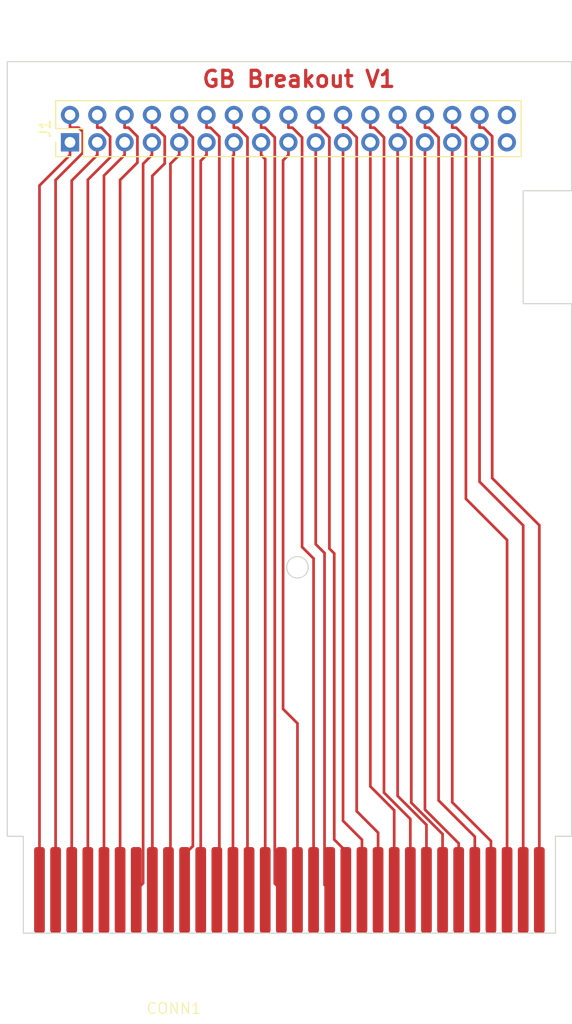
<source format=kicad_pcb>
(kicad_pcb (version 20221018) (generator pcbnew)
  (layers (0 "F.Cu" signal) (31 "B.Cu" signal) (34 "B.Paste" user) (35 "F.Paste" user) (36 "B.SilkS" user "B.Silkscreen") (37 "F.SilkS" user "F.Silkscreen") (38 "B.Mask" user) (39 "F.Mask" user) (44 "Edge.Cuts" user))
  (net 0 "")
  (net 1 "Net-(CONN1-+5)")
  (net 2 "Net-(CONN1-CLK)")
  (net 3 "Net-(CONN1-!WR)")
  (net 4 "Net-(CONN1-!RD)")
  (net 5 "Net-(CONN1-!CS_RAM)")
  (net 6 "Net-(CONN1-A0)")
  (net 7 "Net-(CONN1-A1)")
  (net 8 "Net-(CONN1-A2)")
  (net 9 "Net-(CONN1-A3)")
  (net 10 "Net-(CONN1-A4)")
  (net 11 "Net-(CONN1-A5)")
  (net 12 "Net-(CONN1-A6)")
  (net 13 "Net-(CONN1-A7)")
  (net 14 "Net-(CONN1-A8)")
  (net 15 "Net-(CONN1-A9)")
  (net 16 "Net-(CONN1-A10)")
  (net 17 "Net-(CONN1-A11)")
  (net 18 "Net-(CONN1-A12)")
  (net 19 "Net-(CONN1-A13)")
  (net 20 "Net-(CONN1-A14)")
  (net 21 "Net-(CONN1-A15)")
  (net 22 "Net-(CONN1-D0)")
  (net 23 "Net-(CONN1-D1)")
  (net 24 "Net-(CONN1-D2)")
  (net 25 "Net-(CONN1-D3)")
  (net 26 "Net-(CONN1-D4)")
  (net 27 "Net-(CONN1-D5)")
  (net 28 "Net-(CONN1-D6)")
  (net 29 "Net-(CONN1-D7)")
  (net 30 "Net-(CONN1-!Reset)")
  (net 31 "Net-(CONN1-Audio_In)")
  (net 32 "GND")
  (footprint "Connector_PinHeader_2.54mm:PinHeader_2x17_P2.54mm_Vertical" (layer "F.Cu") (at 78.84 60.5 90)
    (fp_text reference "J1" (at 1.27 -2.33 90) (layer "F.SilkS"))
    (fp_text value "Conn_02x17_Counter_Clockwise")
    (fp_line (start -1.33 -1.33) (end 0 -1.33) (stroke (width 0.12)) (layer "F.SilkS"))
    (fp_line (start -1.33 0) (end -1.33 -1.33) (stroke (width 0.12)) (layer "F.SilkS"))
    (fp_line (start -1.33 1.27) (end -1.33 41.97) (stroke (width 0.12)) (layer "F.SilkS"))
    (fp_line (start -1.33 1.27) (end 1.27 1.27) (stroke (width 0.12)) (layer "F.SilkS"))
    (fp_line (start -1.33 41.97) (end 3.87 41.97) (stroke (width 0.12)) (layer "F.SilkS"))
    (fp_line (start 1.27 -1.33) (end 3.87 -1.33) (stroke (width 0.12)) (layer "F.SilkS"))
    (fp_line (start 1.27 1.27) (end 1.27 -1.33) (stroke (width 0.12)) (layer "F.SilkS"))
    (fp_line (start 3.87 -1.33) (end 3.87 41.97) (stroke (width 0.12)) (layer "F.SilkS"))
    (pad "1" thru_hole rect (at 0 0 90) (size 1.7 1.7) (drill 1) (layers "*.Cu" "*.Mask") (net 1 "Net-(CONN1-+5)"))
    (pad "2" thru_hole oval (at 2.54 0 90) (size 1.7 1.7) (drill 1) (layers "*.Cu" "*.Mask") (net 2 "Net-(CONN1-CLK)"))
    (pad "3" thru_hole oval (at 0 2.54 90) (size 1.7 1.7) (drill 1) (layers "*.Cu" "*.Mask") (net 3 "Net-(CONN1-!WR)"))
    (pad "4" thru_hole oval (at 2.54 2.54 90) (size 1.7 1.7) (drill 1) (layers "*.Cu" "*.Mask") (net 4 "Net-(CONN1-!RD)"))
    (pad "5" thru_hole oval (at 0 5.08 90) (size 1.7 1.7) (drill 1) (layers "*.Cu" "*.Mask") (net 5 "Net-(CONN1-!CS_RAM)"))
    (pad "6" thru_hole oval (at 2.54 5.08 90) (size 1.7 1.7) (drill 1) (layers "*.Cu" "*.Mask") (net 6 "Net-(CONN1-A0)"))
    (pad "7" thru_hole oval (at 0 7.62 90) (size 1.7 1.7) (drill 1) (layers "*.Cu" "*.Mask") (net 7 "Net-(CONN1-A1)"))
    (pad "8" thru_hole oval (at 2.54 7.62 90) (size 1.7 1.7) (drill 1) (layers "*.Cu" "*.Mask") (net 8 "Net-(CONN1-A2)"))
    (pad "9" thru_hole oval (at 0 10.16 90) (size 1.7 1.7) (drill 1) (layers "*.Cu" "*.Mask") (net 9 "Net-(CONN1-A3)"))
    (pad "10" thru_hole oval (at 2.54 10.16 90) (size 1.7 1.7) (drill 1) (layers "*.Cu" "*.Mask") (net 10 "Net-(CONN1-A4)"))
    (pad "11" thru_hole oval (at 0 12.7 90) (size 1.7 1.7) (drill 1) (layers "*.Cu" "*.Mask") (net 11 "Net-(CONN1-A5)"))
    (pad "12" thru_hole oval (at 2.54 12.7 90) (size 1.7 1.7) (drill 1) (layers "*.Cu" "*.Mask") (net 12 "Net-(CONN1-A6)"))
    (pad "13" thru_hole oval (at 0 15.24 90) (size 1.7 1.7) (drill 1) (layers "*.Cu" "*.Mask") (net 13 "Net-(CONN1-A7)"))
    (pad "14" thru_hole oval (at 2.54 15.24 90) (size 1.7 1.7) (drill 1) (layers "*.Cu" "*.Mask") (net 14 "Net-(CONN1-A8)"))
    (pad "15" thru_hole oval (at 0 17.78 90) (size 1.7 1.7) (drill 1) (layers "*.Cu" "*.Mask") (net 15 "Net-(CONN1-A9)"))
    (pad "16" thru_hole oval (at 2.54 17.78 90) (size 1.7 1.7) (drill 1) (layers "*.Cu" "*.Mask") (net 16 "Net-(CONN1-A10)"))
    (pad "17" thru_hole oval (at 0 20.32 90) (size 1.7 1.7) (drill 1) (layers "*.Cu" "*.Mask") (net 17 "Net-(CONN1-A11)"))
    (pad "18" thru_hole oval (at 2.54 20.32 90) (size 1.7 1.7) (drill 1) (layers "*.Cu" "*.Mask") (net 18 "Net-(CONN1-A12)"))
    (pad "19" thru_hole oval (at 0 22.86 90) (size 1.7 1.7) (drill 1) (layers "*.Cu" "*.Mask") (net 19 "Net-(CONN1-A13)"))
    (pad "20" thru_hole oval (at 2.54 22.86 90) (size 1.7 1.7) (drill 1) (layers "*.Cu" "*.Mask") (net 20 "Net-(CONN1-A14)"))
    (pad "21" thru_hole oval (at 0 25.4 90) (size 1.7 1.7) (drill 1) (layers "*.Cu" "*.Mask") (net 21 "Net-(CONN1-A15)"))
    (pad "22" thru_hole oval (at 2.54 25.4 90) (size 1.7 1.7) (drill 1) (layers "*.Cu" "*.Mask") (net 22 "Net-(CONN1-D0)"))
    (pad "23" thru_hole oval (at 0 27.94 90) (size 1.7 1.7) (drill 1) (layers "*.Cu" "*.Mask") (net 23 "Net-(CONN1-D1)"))
    (pad "24" thru_hole oval (at 2.54 27.94 90) (size 1.7 1.7) (drill 1) (layers "*.Cu" "*.Mask") (net 24 "Net-(CONN1-D2)"))
    (pad "25" thru_hole oval (at 0 30.48 90) (size 1.7 1.7) (drill 1) (layers "*.Cu" "*.Mask") (net 25 "Net-(CONN1-D3)"))
    (pad "26" thru_hole oval (at 2.54 30.48 90) (size 1.7 1.7) (drill 1) (layers "*.Cu" "*.Mask") (net 26 "Net-(CONN1-D4)"))
    (pad "27" thru_hole oval (at 0 33.02 90) (size 1.7 1.7) (drill 1) (layers "*.Cu" "*.Mask") (net 27 "Net-(CONN1-D5)"))
    (pad "28" thru_hole oval (at 2.54 33.02 90) (size 1.7 1.7) (drill 1) (layers "*.Cu" "*.Mask") (net 28 "Net-(CONN1-D6)"))
    (pad "29" thru_hole oval (at 0 35.56 90) (size 1.7 1.7) (drill 1) (layers "*.Cu" "*.Mask") (net 29 "Net-(CONN1-D7)"))
    (pad "30" thru_hole oval (at 2.54 35.56 90) (size 1.7 1.7) (drill 1) (layers "*.Cu" "*.Mask") (net 30 "Net-(CONN1-!Reset)"))
    (pad "31" thru_hole oval (at 0 38.1 90) (size 1.7 1.7) (drill 1) (layers "*.Cu" "*.Mask") (net 31 "Net-(CONN1-Audio_In)"))
    (pad "32" thru_hole oval (at 2.54 38.1 90) (size 1.7 1.7) (drill 1) (layers "*.Cu" "*.Mask") (net 32 "GND"))
    (pad "33" thru_hole oval (at 0 40.64 90) (size 1.7 1.7) (drill 1) (layers "*.Cu" "*.Mask"))
    (pad "34" thru_hole oval (at 2.54 40.64 90) (size 1.7 1.7) (drill 1) (layers "*.Cu" "*.Mask"))
  )
  (footprint "Card Edge Connectors:DMG_Cart" (layer "F.Cu") (at 75 134)
    (fp_text reference "CONN1" (at 13.5 7 unlocked) (layer "F.SilkS") (effects (font (thickness 0.1))))
    (fp_text value "~")
    (pad "1" smd roundrect (at 1 -4) (size 1 8) (layers "F.Cu" "F.Paste" "F.Mask") (net 1 "Net-(CONN1-+5)"))
    (pad "2" smd roundrect (at 2.5 -4) (size 1 8) (layers "F.Cu" "F.Paste" "F.Mask") (net 2 "Net-(CONN1-CLK)"))
    (pad "3" smd roundrect (at 4 -4) (size 1 8) (layers "F.Cu" "F.Paste" "F.Mask") (net 3 "Net-(CONN1-!WR)"))
    (pad "4" smd roundrect (at 5.5 -4) (size 1 8) (layers "F.Cu" "F.Paste" "F.Mask") (net 4 "Net-(CONN1-!RD)"))
    (pad "5" smd roundrect (at 7 -4) (size 1 8) (layers "F.Cu" "F.Paste" "F.Mask") (net 5 "Net-(CONN1-!CS_RAM)"))
    (pad "6" smd roundrect (at 8.5 -4) (size 1 8) (layers "F.Cu" "F.Paste" "F.Mask") (net 6 "Net-(CONN1-A0)"))
    (pad "7" smd roundrect (at 10 -4) (size 1 8) (layers "F.Cu" "F.Paste" "F.Mask") (net 7 "Net-(CONN1-A1)"))
    (pad "8" smd roundrect (at 11.5 -4) (size 1 8) (layers "F.Cu" "F.Paste" "F.Mask") (net 8 "Net-(CONN1-A2)"))
    (pad "9" smd roundrect (at 13 -4) (size 1 8) (layers "F.Cu" "F.Paste" "F.Mask") (net 9 "Net-(CONN1-A3)"))
    (pad "10" smd roundrect (at 14.5 -4) (size 1 8) (layers "F.Cu" "F.Paste" "F.Mask") (net 10 "Net-(CONN1-A4)"))
    (pad "11" smd roundrect (at 16 -4) (size 1 8) (layers "F.Cu" "F.Paste" "F.Mask") (net 11 "Net-(CONN1-A5)"))
    (pad "12" smd roundrect (at 17.5 -4) (size 1 8) (layers "F.Cu" "F.Paste" "F.Mask") (net 12 "Net-(CONN1-A6)"))
    (pad "13" smd roundrect (at 19 -4) (size 1 8) (layers "F.Cu" "F.Paste" "F.Mask") (net 13 "Net-(CONN1-A7)"))
    (pad "14" smd roundrect (at 20.5 -4) (size 1 8) (layers "F.Cu" "F.Paste" "F.Mask") (net 14 "Net-(CONN1-A8)"))
    (pad "15" smd roundrect (at 22 -4) (size 1 8) (layers "F.Cu" "F.Paste" "F.Mask") (net 15 "Net-(CONN1-A9)"))
    (pad "16" smd roundrect (at 23.5 -4) (size 1 8) (layers "F.Cu" "F.Paste" "F.Mask") (net 16 "Net-(CONN1-A10)"))
    (pad "17" smd roundrect (at 25 -4) (size 1 8) (layers "F.Cu" "F.Paste" "F.Mask") (net 17 "Net-(CONN1-A11)"))
    (pad "18" smd roundrect (at 26.5 -4) (size 1 8) (layers "F.Cu" "F.Paste" "F.Mask") (net 18 "Net-(CONN1-A12)"))
    (pad "19" smd roundrect (at 28 -4) (size 1 8) (layers "F.Cu" "F.Paste" "F.Mask") (net 19 "Net-(CONN1-A13)"))
    (pad "20" smd roundrect (at 29.5 -4) (size 1 8) (layers "F.Cu" "F.Paste" "F.Mask") (net 20 "Net-(CONN1-A14)"))
    (pad "21" smd roundrect (at 31 -4) (size 1 8) (layers "F.Cu" "F.Paste" "F.Mask") (net 21 "Net-(CONN1-A15)"))
    (pad "22" smd roundrect (at 32.5 -4) (size 1 8) (layers "F.Cu" "F.Paste" "F.Mask") (net 22 "Net-(CONN1-D0)"))
    (pad "23" smd roundrect (at 34 -4) (size 1 8) (layers "F.Cu" "F.Paste" "F.Mask") (net 23 "Net-(CONN1-D1)"))
    (pad "24" smd roundrect (at 35.5 -4) (size 1 8) (layers "F.Cu" "F.Paste" "F.Mask") (net 24 "Net-(CONN1-D2)"))
    (pad "25" smd roundrect (at 37 -4) (size 1 8) (layers "F.Cu" "F.Paste" "F.Mask") (net 25 "Net-(CONN1-D3)"))
    (pad "26" smd roundrect (at 38.5 -4) (size 1 8) (layers "F.Cu" "F.Paste" "F.Mask") (net 26 "Net-(CONN1-D4)"))
    (pad "27" smd roundrect (at 40 -4) (size 1 8) (layers "F.Cu" "F.Paste" "F.Mask") (net 27 "Net-(CONN1-D5)"))
    (pad "28" smd roundrect (at 41.5 -4) (size 1 8) (layers "F.Cu" "F.Paste" "F.Mask") (net 28 "Net-(CONN1-D6)"))
    (pad "29" smd roundrect (at 43 -4) (size 1 8) (layers "F.Cu" "F.Paste" "F.Mask") (net 29 "Net-(CONN1-D7)"))
    (pad "30" smd roundrect (at 44.5 -4) (size 1 8) (layers "F.Cu" "F.Paste" "F.Mask") (net 30 "Net-(CONN1-!Reset)"))
    (pad "31" smd roundrect (at 46 -4) (size 1 8) (layers "F.Cu" "F.Paste" "F.Mask") (net 31 "Net-(CONN1-Audio_In)"))
    (pad "32" smd roundrect (at 47.5 -4) (size 1 8) (layers "F.Cu" "F.Paste" "F.Mask") (net 32 "GND"))
  )
  (gr_line (start 125.5 65) (end 125.5 53) (stroke (width 0.1)) (layer "Edge.Cuts"))
  (gr_line (start 121 65) (end 125.5 65) (stroke (width 0.1)) (layer "Edge.Cuts"))
  (gr_line (start 125 125) (end 125.5 125) (stroke (width 0.1)) (layer "Edge.Cuts"))
  (gr_line (start 73 53) (end 124.5 53) (stroke (width 0.1)) (layer "Edge.Cuts"))
  (gr_line (start 123.5 134) (end 75 134) (stroke (width 0.1)) (layer "Edge.Cuts"))
  (gr_line (start 73 73) (end 73 53) (stroke (width 0.1)) (layer "Edge.Cuts"))
  (gr_line (start 124 134) (end 124 125) (stroke (width 0.1)) (layer "Edge.Cuts"))
  (gr_line (start 74.5 134) (end 74.5 125) (stroke (width 0.1)) (layer "Edge.Cuts"))
  (gr_line (start 75 134) (end 74.5 134) (stroke (width 0.1)) (layer "Edge.Cuts"))
  (gr_circle (center 100 100) (end 101 100) (stroke (width 0.1)) (fill none) (layer "Edge.Cuts"))
  (gr_line (start 73.5 125) (end 73 125) (stroke (width 0.1)) (layer "Edge.Cuts"))
  (gr_line (start 125.5 53) (end 124.5 53) (stroke (width 0.1)) (layer "Edge.Cuts"))
  (gr_line (start 125.5 75.5) (end 121 75.5) (stroke (width 0.1)) (layer "Edge.Cuts"))
  (gr_line (start 123.5 134) (end 124 134) (stroke (width 0.1)) (layer "Edge.Cuts"))
  (gr_line (start 73 125) (end 73 73) (stroke (width 0.1)) (layer "Edge.Cuts"))
  (gr_line (start 125.5 125) (end 125.5 75.5) (stroke (width 0.1)) (layer "Edge.Cuts"))
  (gr_line (start 124 125) (end 125 125) (stroke (width 0.1)) (layer "Edge.Cuts"))
  (gr_line (start 74.5 125) (end 73.5 125) (stroke (width 0.1)) (layer "Edge.Cuts"))
  (gr_line (start 121 75.5) (end 121 65) (stroke (width 0.1)) (layer "Edge.Cuts"))
  (gr_text "GB Breakout V1" (at 91 55.5) (layer "F.Cu") (effects (font (size 1.5 1.5) (thickness 0.3) bold) (justify left bottom)))
  (segment (start 76 130) (end 76 64.5169) (width 0.25) (layer "F.Cu") (net 1))
  (segment (start 76 64.5169) (end 78.84 61.6769) (width 0.25) (layer "F.Cu") (net 1))
  (segment (start 78.84 60.5) (end 78.84 61.6769) (width 0.25) (layer "F.Cu") (net 1))
  (segment (start 79.6491 59.1369) (end 80.0306 59.5184) (width 0.25) (layer "F.Cu") (net 2))
  (segment (start 78.84 59.1369) (end 79.6491 59.1369) (width 0.25) (layer "F.Cu") (net 2))
  (segment (start 78.84 57.96) (end 78.84 59.1369) (width 0.25) (layer "F.Cu") (net 2))
  (segment (start 80.0306 61.4742) (end 77.5 64.0048) (width 0.25) (layer "F.Cu") (net 2))
  (segment (start 77.5 64.0048) (end 77.5 130) (width 0.25) (layer "F.Cu") (net 2))
  (segment (start 80.0306 59.5184) (end 80.0306 61.4742) (width 0.25) (layer "F.Cu") (net 2))
  (segment (start 81.38 60.5) (end 81.38 61.6769) (width 0.25) (layer "F.Cu") (net 3))
  (segment (start 79 130) (end 79 64.0569) (width 0.25) (layer "F.Cu") (net 3))
  (segment (start 79 64.0569) (end 81.38 61.6769) (width 0.25) (layer "F.Cu") (net 3))
  (segment (start 80.5 63.9764) (end 82.5706 61.9058) (width 0.25) (layer "F.Cu") (net 4))
  (segment (start 81.38 57.96) (end 81.38 59.1369) (width 0.25) (layer "F.Cu") (net 4))
  (segment (start 81.7458 59.1369) (end 81.38 59.1369) (width 0.25) (layer "F.Cu") (net 4))
  (segment (start 80.5 130) (end 80.5 63.9764) (width 0.25) (layer "F.Cu") (net 4))
  (segment (start 82.5706 61.9058) (end 82.5706 59.9617) (width 0.25) (layer "F.Cu") (net 4))
  (segment (start 82.5706 59.9617) (end 81.7458 59.1369) (width 0.25) (layer "F.Cu") (net 4))
  (segment (start 83.92 60.5) (end 83.92 61.6769) (width 0.25) (layer "F.Cu") (net 5))
  (segment (start 82 130) (end 82 63.5969) (width 0.25) (layer "F.Cu") (net 5))
  (segment (start 82 63.5969) (end 83.92 61.6769) (width 0.25) (layer "F.Cu") (net 5))
  (segment (start 83.5 130) (end 83.5 64) (width 0.25) (layer "F.Cu") (net 6))
  (segment (start 84.2858 59.1369) (end 83.92 59.1369) (width 0.25) (layer "F.Cu") (net 6))
  (segment (start 83.5 64) (end 85.1106 62.3894) (width 0.25) (layer "F.Cu") (net 6))
  (segment (start 85.1106 62.3894) (end 85.1106 59.9617) (width 0.25) (layer "F.Cu") (net 6))
  (segment (start 83.92 57.96) (end 83.92 59.1369) (width 0.25) (layer "F.Cu") (net 6))
  (segment (start 85.1106 59.9617) (end 84.2858 59.1369) (width 0.25) (layer "F.Cu") (net 6))
  (segment (start 85.6419 129.3581) (end 85.6419 62.495) (width 0.25) (layer "F.Cu") (net 7))
  (segment (start 85 130) (end 85.6419 129.3581) (width 0.25) (layer "F.Cu") (net 7))
  (segment (start 86.46 60.5) (end 86.46 61.6769) (width 0.25) (layer "F.Cu") (net 7))
  (segment (start 85.6419 62.495) (end 86.46 61.6769) (width 0.25) (layer "F.Cu") (net 7))
  (segment (start 86.5 130) (end 86.5 63.6178) (width 0.25) (layer "F.Cu") (net 8))
  (segment (start 86.8258 59.1369) (end 86.46 59.1369) (width 0.25) (layer "F.Cu") (net 8))
  (segment (start 86.46 57.96) (end 86.46 59.1369) (width 0.25) (layer "F.Cu") (net 8))
  (segment (start 86.5 63.6178) (end 87.6531 62.4647) (width 0.25) (layer "F.Cu") (net 8))
  (segment (start 87.6531 59.9642) (end 86.8258 59.1369) (width 0.25) (layer "F.Cu") (net 8))
  (segment (start 87.6531 62.4647) (end 87.6531 59.9642) (width 0.25) (layer "F.Cu") (net 8))
  (segment (start 88 130) (end 88.1819 129.8181) (width 0.25) (layer "F.Cu") (net 9))
  (segment (start 89 60.5) (end 89 61.6769) (width 0.25) (layer "F.Cu") (net 9))
  (segment (start 88.1819 129.8181) (end 88.1819 62.495) (width 0.25) (layer "F.Cu") (net 9))
  (segment (start 88.1819 62.495) (end 89 61.6769) (width 0.25) (layer "F.Cu") (net 9))
  (segment (start 90.27 125.9128) (end 90.27 60.0411) (width 0.25) (layer "F.Cu") (net 10))
  (segment (start 89.5 130) (end 89.5 126.6828) (width 0.25) (layer "F.Cu") (net 10))
  (segment (start 90.27 60.0411) (end 89.3658 59.1369) (width 0.25) (layer "F.Cu") (net 10))
  (segment (start 89.5 126.6828) (end 90.27 125.9128) (width 0.25) (layer "F.Cu") (net 10))
  (segment (start 89 57.96) (end 89 59.1369) (width 0.25) (layer "F.Cu") (net 10))
  (segment (start 89.3658 59.1369) (end 89 59.1369) (width 0.25) (layer "F.Cu") (net 10))
  (segment (start 91.54 60.5) (end 91.54 61.6769) (width 0.25) (layer "F.Cu") (net 11))
  (segment (start 91 62.2169) (end 91.54 61.6769) (width 0.25) (layer "F.Cu") (net 11))
  (segment (start 91 130) (end 91 62.2169) (width 0.25) (layer "F.Cu") (net 11))
  (segment (start 92.5 130) (end 92.7325 129.7675) (width 0.25) (layer "F.Cu") (net 12))
  (segment (start 91.9058 59.1369) (end 91.54 59.1369) (width 0.25) (layer "F.Cu") (net 12))
  (segment (start 91.54 57.96) (end 91.54 59.1369) (width 0.25) (layer "F.Cu") (net 12))
  (segment (start 92.7325 129.7675) (end 92.7325 59.9636) (width 0.25) (layer "F.Cu") (net 12))
  (segment (start 92.7325 59.9636) (end 91.9058 59.1369) (width 0.25) (layer "F.Cu") (net 12))
  (segment (start 94 61.7569) (end 94.08 61.6769) (width 0.25) (layer "F.Cu") (net 13))
  (segment (start 94.08 60.5) (end 94.08 61.6769) (width 0.25) (layer "F.Cu") (net 13))
  (segment (start 94 130) (end 94 61.7569) (width 0.25) (layer "F.Cu") (net 13))
  (segment (start 95.35 129.85) (end 95.35 60.0411) (width 0.25) (layer "F.Cu") (net 14))
  (segment (start 95.35 60.0411) (end 94.4458 59.1369) (width 0.25) (layer "F.Cu") (net 14))
  (segment (start 95.5 130) (end 95.35 129.85) (width 0.25) (layer "F.Cu") (net 14))
  (segment (start 94.08 57.96) (end 94.08 59.1369) (width 0.25) (layer "F.Cu") (net 14))
  (segment (start 94.4458 59.1369) (end 94.08 59.1369) (width 0.25) (layer "F.Cu") (net 14))
  (segment (start 97 130) (end 97 62.0569) (width 0.25) (layer "F.Cu") (net 15))
  (segment (start 96.62 60.5) (end 96.62 61.6769) (width 0.25) (layer "F.Cu") (net 15))
  (segment (start 97 62.0569) (end 96.62 61.6769) (width 0.25) (layer "F.Cu") (net 15))
  (segment (start 96.62 57.96) (end 96.62 59.1369) (width 0.25) (layer "F.Cu") (net 16))
  (segment (start 98.5 130) (end 97.89 129.39) (width 0.25) (layer "F.Cu") (net 16))
  (segment (start 97.89 60.0411) (end 96.9858 59.1369) (width 0.25) (layer "F.Cu") (net 16))
  (segment (start 97.89 129.39) (end 97.89 60.0411) (width 0.25) (layer "F.Cu") (net 16))
  (segment (start 96.9858 59.1369) (end 96.62 59.1369) (width 0.25) (layer "F.Cu") (net 16))
  (segment (start 98.6619 62.175) (end 99.16 61.6769) (width 0.25) (layer "F.Cu") (net 17))
  (segment (start 99.16 60.5) (end 99.16 61.6769) (width 0.25) (layer "F.Cu") (net 17))
  (segment (start 100 130) (end 100 114.506) (width 0.25) (layer "F.Cu") (net 17))
  (segment (start 100 114.506) (end 98.6619 113.1679) (width 0.25) (layer "F.Cu") (net 17))
  (segment (start 98.6619 113.1679) (end 98.6619 62.175) (width 0.25) (layer "F.Cu") (net 17))
  (segment (start 100.43 60.0411) (end 99.5258 59.1369) (width 0.25) (layer "F.Cu") (net 18))
  (segment (start 99.16 57.96) (end 99.16 59.1369) (width 0.25) (layer "F.Cu") (net 18))
  (segment (start 101.5 99.1835) (end 100.43 98.1135) (width 0.25) (layer "F.Cu") (net 18))
  (segment (start 99.5258 59.1369) (end 99.16 59.1369) (width 0.25) (layer "F.Cu") (net 18))
  (segment (start 100.43 98.1135) (end 100.43 60.0411) (width 0.25) (layer "F.Cu") (net 18))
  (segment (start 101.5 130) (end 101.5 99.1835) (width 0.25) (layer "F.Cu") (net 18))
  (segment (start 101.7 97.8537) (end 101.7 60.5) (width 0.25) (layer "F.Cu") (net 19))
  (segment (start 103 130) (end 102.5196 129.5196) (width 0.25) (layer "F.Cu") (net 19))
  (segment (start 102.5196 98.6733) (end 101.7 97.8537) (width 0.25) (layer "F.Cu") (net 19))
  (segment (start 102.5196 129.5196) (end 102.5196 98.6733) (width 0.25) (layer "F.Cu") (net 19))
  (segment (start 103.4219 125.3059) (end 103.4219 98.7112) (width 0.25) (layer "F.Cu") (net 20))
  (segment (start 102.0658 59.1369) (end 101.7 59.1369) (width 0.25) (layer "F.Cu") (net 20))
  (segment (start 104.5 130) (end 104.5 126.384) (width 0.25) (layer "F.Cu") (net 20))
  (segment (start 102.97 60.0411) (end 102.0658 59.1369) (width 0.25) (layer "F.Cu") (net 20))
  (segment (start 104.5 126.384) (end 103.4219 125.3059) (width 0.25) (layer "F.Cu") (net 20))
  (segment (start 103.4219 98.7112) (end 102.97 98.2593) (width 0.25) (layer "F.Cu") (net 20))
  (segment (start 101.7 57.96) (end 101.7 59.1369) (width 0.25) (layer "F.Cu") (net 20))
  (segment (start 102.97 98.2593) (end 102.97 60.0411) (width 0.25) (layer "F.Cu") (net 20))
  (segment (start 104.24 123.5607) (end 104.24 60.5) (width 0.25) (layer "F.Cu") (net 21))
  (segment (start 106 125.3207) (end 104.24 123.5607) (width 0.25) (layer "F.Cu") (net 21))
  (segment (start 106 130) (end 106 125.3207) (width 0.25) (layer "F.Cu") (net 21))
  (segment (start 107.5 130) (end 107.5 124.6611) (width 0.25) (layer "F.Cu") (net 22))
  (segment (start 104.24 57.96) (end 104.24 59.1369) (width 0.25) (layer "F.Cu") (net 22))
  (segment (start 104.6058 59.1369) (end 104.24 59.1369) (width 0.25) (layer "F.Cu") (net 22))
  (segment (start 107.5 124.6611) (end 105.51 122.6711) (width 0.25) (layer "F.Cu") (net 22))
  (segment (start 105.51 122.6711) (end 105.51 60.0411) (width 0.25) (layer "F.Cu") (net 22))
  (segment (start 105.51 60.0411) (end 104.6058 59.1369) (width 0.25) (layer "F.Cu") (net 22))
  (segment (start 109 122.5852) (end 106.78 120.3652) (width 0.25) (layer "F.Cu") (net 23))
  (segment (start 109 130) (end 109 122.5852) (width 0.25) (layer "F.Cu") (net 23))
  (segment (start 106.78 120.3652) (end 106.78 60.5) (width 0.25) (layer "F.Cu") (net 23))
  (segment (start 110.5 130) (end 110.5 123.3911) (width 0.25) (layer "F.Cu") (net 24))
  (segment (start 110.5 123.3911) (end 108.05 120.9411) (width 0.25) (layer "F.Cu") (net 24))
  (segment (start 106.78 57.96) (end 106.78 59.1369) (width 0.25) (layer "F.Cu") (net 24))
  (segment (start 108.05 60.0411) (end 107.1458 59.1369) (width 0.25) (layer "F.Cu") (net 24))
  (segment (start 108.05 120.9411) (end 108.05 60.0411) (width 0.25) (layer "F.Cu") (net 24))
  (segment (start 107.1458 59.1369) (end 106.78 59.1369) (width 0.25) (layer "F.Cu") (net 24))
  (segment (start 109.32 121.2538) (end 109.32 61.6769) (width 0.25) (layer "F.Cu") (net 25))
  (segment (start 112 130) (end 112 123.9338) (width 0.25) (layer "F.Cu") (net 25))
  (segment (start 109.32 60.5) (end 109.32 61.6769) (width 0.25) (layer "F.Cu") (net 25))
  (segment (start 112 123.9338) (end 109.32 121.2538) (width 0.25) (layer "F.Cu") (net 25))
  (segment (start 110.59 60.0411) (end 109.6858 59.1369) (width 0.25) (layer "F.Cu") (net 26))
  (segment (start 113.5 124.7946) (end 110.59 121.8846) (width 0.25) (layer "F.Cu") (net 26))
  (segment (start 109.6858 59.1369) (end 109.32 59.1369) (width 0.25) (layer "F.Cu") (net 26))
  (segment (start 113.5 130) (end 113.5 124.7946) (width 0.25) (layer "F.Cu") (net 26))
  (segment (start 110.59 121.8846) (end 110.59 60.0411) (width 0.25) (layer "F.Cu") (net 26))
  (segment (start 109.32 57.96) (end 109.32 59.1369) (width 0.25) (layer "F.Cu") (net 26))
  (segment (start 115 130) (end 115 125.6555) (width 0.25) (layer "F.Cu") (net 27))
  (segment (start 115 125.6555) (end 111.86 122.5155) (width 0.25) (layer "F.Cu") (net 27))
  (segment (start 111.86 122.5155) (end 111.86 60.5) (width 0.25) (layer "F.Cu") (net 27))
  (segment (start 111.86 57.96) (end 111.86 59.1369) (width 0.25) (layer "F.Cu") (net 28))
  (segment (start 116.5 125.0346) (end 113.13 121.6646) (width 0.25) (layer "F.Cu") (net 28))
  (segment (start 116.5 130) (end 116.5 125.0346) (width 0.25) (layer "F.Cu") (net 28))
  (segment (start 113.13 60.0411) (end 112.2258 59.1369) (width 0.25) (layer "F.Cu") (net 28))
  (segment (start 113.13 121.6646) (end 113.13 60.0411) (width 0.25) (layer "F.Cu") (net 28))
  (segment (start 112.2258 59.1369) (end 111.86 59.1369) (width 0.25) (layer "F.Cu") (net 28))
  (segment (start 118 125.4415) (end 114.4 121.8415) (width 0.25) (layer "F.Cu") (net 29))
  (segment (start 118 130) (end 118 125.4415) (width 0.25) (layer "F.Cu") (net 29))
  (segment (start 114.4 121.8415) (end 114.4 60.5) (width 0.25) (layer "F.Cu") (net 29))
  (segment (start 119.5 97.4605) (end 115.67 93.6305) (width 0.25) (layer "F.Cu") (net 30))
  (segment (start 114.4 57.96) (end 114.4 59.1369) (width 0.25) (layer "F.Cu") (net 30))
  (segment (start 114.7658 59.1369) (end 114.4 59.1369) (width 0.25) (layer "F.Cu") (net 30))
  (segment (start 115.67 60.0411) (end 114.7658 59.1369) (width 0.25) (layer "F.Cu") (net 30))
  (segment (start 115.67 93.6305) (end 115.67 60.0411) (width 0.25) (layer "F.Cu") (net 30))
  (segment (start 119.5 130) (end 119.5 97.4605) (width 0.25) (layer "F.Cu") (net 30))
  (segment (start 121 130) (end 121 96.1085) (width 0.25) (layer "F.Cu") (net 31))
  (segment (start 116.94 92.0485) (end 116.94 60.5) (width 0.25) (layer "F.Cu") (net 31))
  (segment (start 121 96.1085) (end 116.94 92.0485) (width 0.25) (layer "F.Cu") (net 31))
  (segment (start 116.94 59.1369) (end 117.3079 59.1369) (width 0.25) (layer "F.Cu") (net 32))
  (segment (start 122.5 96.0914) (end 122.5 130) (width 0.25) (layer "F.Cu") (net 32))
  (segment (start 117.3079 59.1369) (end 118.1169 59.9459) (width 0.25) (layer "F.Cu") (net 32))
  (segment (start 116.94 57.96) (end 116.94 59.1369) (width 0.25) (layer "F.Cu") (net 32))
  (segment (start 118.1169 59.9459) (end 118.1169 91.7083) (width 0.25) (layer "F.Cu") (net 32))
  (segment (start 118.1169 91.7083) (end 122.5 96.0914) (width 0.25) (layer "F.Cu") (net 32))
)
</source>
